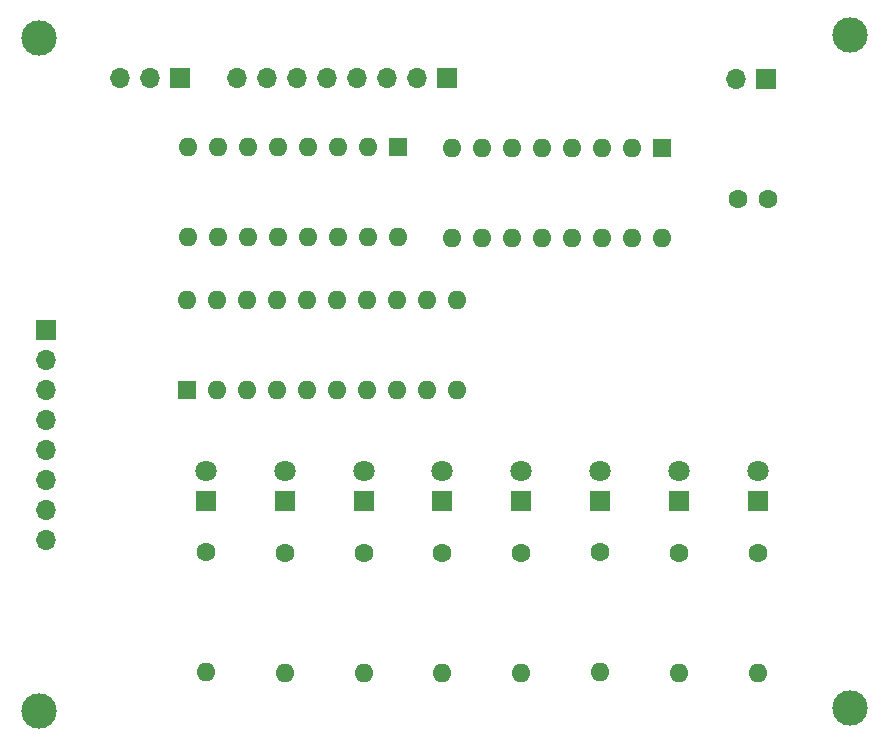
<source format=gbr>
%TF.GenerationSoftware,KiCad,Pcbnew,(5.1.9-0-10_14)*%
%TF.CreationDate,2021-04-21T09:15:21-04:00*%
%TF.ProjectId,COUNTER,434f554e-5445-4522-9e6b-696361645f70,rev?*%
%TF.SameCoordinates,Original*%
%TF.FileFunction,Soldermask,Bot*%
%TF.FilePolarity,Negative*%
%FSLAX46Y46*%
G04 Gerber Fmt 4.6, Leading zero omitted, Abs format (unit mm)*
G04 Created by KiCad (PCBNEW (5.1.9-0-10_14)) date 2021-04-21 09:15:21*
%MOMM*%
%LPD*%
G01*
G04 APERTURE LIST*
%ADD10C,3.000000*%
%ADD11O,1.700000X1.700000*%
%ADD12R,1.700000X1.700000*%
%ADD13O,1.600000X1.600000*%
%ADD14R,1.600000X1.600000*%
%ADD15C,1.600000*%
%ADD16C,1.800000*%
%ADD17R,1.800000X1.800000*%
G04 APERTURE END LIST*
D10*
%TO.C,REF\u002A\u002A*%
X75247500Y-90170000D03*
%TD*%
%TO.C,REF\u002A\u002A*%
X75247500Y-33147000D03*
%TD*%
%TO.C,REF\u002A\u002A*%
X143891000Y-89916000D03*
%TD*%
%TO.C,REF\u002A\u002A*%
X143891000Y-32893000D03*
%TD*%
D11*
%TO.C,J3*%
X92011500Y-36576000D03*
X94551500Y-36576000D03*
X97091500Y-36576000D03*
X99631500Y-36576000D03*
X102171500Y-36576000D03*
X104711500Y-36576000D03*
X107251500Y-36576000D03*
D12*
X109791500Y-36576000D03*
%TD*%
D11*
%TO.C,J2*%
X82105500Y-36576000D03*
X84645500Y-36576000D03*
D12*
X87185500Y-36576000D03*
%TD*%
D11*
%TO.C,J1*%
X75819000Y-75628500D03*
X75819000Y-73088500D03*
X75819000Y-70548500D03*
X75819000Y-68008500D03*
X75819000Y-65468500D03*
X75819000Y-62928500D03*
X75819000Y-60388500D03*
D12*
X75819000Y-57848500D03*
%TD*%
D13*
%TO.C,U48*%
X128016000Y-50101500D03*
X110236000Y-42481500D03*
X125476000Y-50101500D03*
X112776000Y-42481500D03*
X122936000Y-50101500D03*
X115316000Y-42481500D03*
X120396000Y-50101500D03*
X117856000Y-42481500D03*
X117856000Y-50101500D03*
X120396000Y-42481500D03*
X115316000Y-50101500D03*
X122936000Y-42481500D03*
X112776000Y-50101500D03*
X125476000Y-42481500D03*
X110236000Y-50101500D03*
D14*
X128016000Y-42481500D03*
%TD*%
D13*
%TO.C,U47*%
X87757000Y-55308500D03*
X110617000Y-62928500D03*
X90297000Y-55308500D03*
X108077000Y-62928500D03*
X92837000Y-55308500D03*
X105537000Y-62928500D03*
X95377000Y-55308500D03*
X102997000Y-62928500D03*
X97917000Y-55308500D03*
X100457000Y-62928500D03*
X100457000Y-55308500D03*
X97917000Y-62928500D03*
X102997000Y-55308500D03*
X95377000Y-62928500D03*
X105537000Y-55308500D03*
X92837000Y-62928500D03*
X108077000Y-55308500D03*
X90297000Y-62928500D03*
X110617000Y-55308500D03*
D14*
X87757000Y-62928500D03*
%TD*%
D13*
%TO.C,U46*%
X105664000Y-49974500D03*
X87884000Y-42354500D03*
X103124000Y-49974500D03*
X90424000Y-42354500D03*
X100584000Y-49974500D03*
X92964000Y-42354500D03*
X98044000Y-49974500D03*
X95504000Y-42354500D03*
X95504000Y-49974500D03*
X98044000Y-42354500D03*
X92964000Y-49974500D03*
X100584000Y-42354500D03*
X90424000Y-49974500D03*
X103124000Y-42354500D03*
X87884000Y-49974500D03*
D14*
X105664000Y-42354500D03*
%TD*%
D13*
%TO.C,R18*%
X136144000Y-86931500D03*
D15*
X136144000Y-76771500D03*
%TD*%
D13*
%TO.C,R17*%
X129413000Y-86931500D03*
D15*
X129413000Y-76771500D03*
%TD*%
D13*
%TO.C,R16*%
X122745500Y-86868000D03*
D15*
X122745500Y-76708000D03*
%TD*%
D13*
%TO.C,R15*%
X116078000Y-86931500D03*
D15*
X116078000Y-76771500D03*
%TD*%
D13*
%TO.C,R14*%
X109410500Y-86931500D03*
D15*
X109410500Y-76771500D03*
%TD*%
D13*
%TO.C,R13*%
X102743000Y-86931500D03*
D15*
X102743000Y-76771500D03*
%TD*%
D13*
%TO.C,R12*%
X96075500Y-86931500D03*
D15*
X96075500Y-76771500D03*
%TD*%
D13*
%TO.C,R11*%
X89408000Y-86868000D03*
D15*
X89408000Y-76708000D03*
%TD*%
D11*
%TO.C,J10*%
X134239000Y-36639500D03*
D12*
X136779000Y-36639500D03*
%TD*%
D16*
%TO.C,D51*%
X136144000Y-69850000D03*
D17*
X136144000Y-72390000D03*
%TD*%
D16*
%TO.C,D50*%
X129413000Y-69850000D03*
D17*
X129413000Y-72390000D03*
%TD*%
D16*
%TO.C,D49*%
X122745500Y-69850000D03*
D17*
X122745500Y-72390000D03*
%TD*%
D16*
%TO.C,D48*%
X116078000Y-69850000D03*
D17*
X116078000Y-72390000D03*
%TD*%
D16*
%TO.C,D47*%
X109410500Y-69850000D03*
D17*
X109410500Y-72390000D03*
%TD*%
D16*
%TO.C,D46*%
X102743000Y-69850000D03*
D17*
X102743000Y-72390000D03*
%TD*%
D16*
%TO.C,D45*%
X96075500Y-69850000D03*
D17*
X96075500Y-72390000D03*
%TD*%
D16*
%TO.C,D44*%
X89408000Y-69850000D03*
D17*
X89408000Y-72390000D03*
%TD*%
D15*
%TO.C,C8*%
X134469500Y-46799500D03*
X136969500Y-46799500D03*
%TD*%
M02*

</source>
